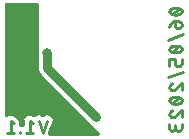
<source format=gbr>
G04 EAGLE Gerber RS-274X export*
G75*
%MOMM*%
%FSLAX34Y34*%
%LPD*%
%INBottom Copper*%
%IPPOS*%
%AMOC8*
5,1,8,0,0,1.08239X$1,22.5*%
G01*
%ADD10C,0.228600*%
%ADD11C,0.800000*%
%ADD12C,0.800000*%

G36*
X83516Y3822D02*
X83516Y3822D01*
X83616Y3824D01*
X83688Y3842D01*
X83762Y3851D01*
X83857Y3884D01*
X83954Y3909D01*
X84020Y3943D01*
X84090Y3968D01*
X84175Y4023D01*
X84264Y4069D01*
X84321Y4117D01*
X84383Y4157D01*
X84453Y4229D01*
X84529Y4294D01*
X84574Y4354D01*
X84625Y4408D01*
X84677Y4494D01*
X84737Y4575D01*
X84766Y4643D01*
X84804Y4707D01*
X84835Y4803D01*
X84875Y4895D01*
X84888Y4968D01*
X84910Y5039D01*
X84918Y5139D01*
X84936Y5238D01*
X84932Y5312D01*
X84938Y5386D01*
X84923Y5486D01*
X84918Y5586D01*
X84898Y5657D01*
X84887Y5731D01*
X84850Y5824D01*
X84822Y5921D01*
X84785Y5986D01*
X84758Y6055D01*
X84701Y6137D01*
X84652Y6225D01*
X84587Y6301D01*
X84559Y6341D01*
X84533Y6365D01*
X84493Y6411D01*
X37307Y53597D01*
X35705Y55472D01*
X35635Y55587D01*
X35600Y55632D01*
X35572Y55682D01*
X35431Y55847D01*
X35420Y55861D01*
X35417Y55864D01*
X35414Y55868D01*
X34024Y57257D01*
X32951Y59848D01*
X32951Y62220D01*
X32946Y62262D01*
X32947Y62340D01*
X32773Y64542D01*
X32773Y114666D01*
X32770Y114692D01*
X32772Y114718D01*
X32750Y114865D01*
X32733Y115012D01*
X32725Y115037D01*
X32721Y115063D01*
X32666Y115201D01*
X32616Y115340D01*
X32602Y115362D01*
X32592Y115387D01*
X32507Y115508D01*
X32427Y115633D01*
X32408Y115651D01*
X32393Y115673D01*
X32283Y115772D01*
X32176Y115875D01*
X32154Y115889D01*
X32134Y115906D01*
X32004Y115978D01*
X31877Y116054D01*
X31852Y116062D01*
X31829Y116075D01*
X31686Y116115D01*
X31545Y116160D01*
X31519Y116162D01*
X31494Y116170D01*
X31250Y116189D01*
X5334Y116189D01*
X5308Y116186D01*
X5282Y116188D01*
X5135Y116166D01*
X4988Y116149D01*
X4963Y116141D01*
X4937Y116137D01*
X4799Y116082D01*
X4660Y116032D01*
X4638Y116018D01*
X4613Y116008D01*
X4492Y115923D01*
X4367Y115843D01*
X4349Y115824D01*
X4327Y115809D01*
X4228Y115699D01*
X4125Y115592D01*
X4111Y115570D01*
X4094Y115550D01*
X4022Y115420D01*
X3946Y115293D01*
X3938Y115268D01*
X3925Y115245D01*
X3885Y115102D01*
X3840Y114961D01*
X3838Y114935D01*
X3830Y114910D01*
X3811Y114666D01*
X3811Y21078D01*
X3812Y21068D01*
X3811Y21058D01*
X3832Y20895D01*
X3851Y20732D01*
X3854Y20722D01*
X3855Y20712D01*
X3913Y20559D01*
X3968Y20404D01*
X3974Y20395D01*
X3977Y20386D01*
X4068Y20249D01*
X4157Y20111D01*
X4164Y20104D01*
X4170Y20096D01*
X4289Y19984D01*
X4408Y19869D01*
X4416Y19864D01*
X4424Y19857D01*
X4565Y19774D01*
X4707Y19690D01*
X4716Y19687D01*
X4725Y19682D01*
X4882Y19634D01*
X5039Y19584D01*
X5049Y19583D01*
X5059Y19580D01*
X5222Y19569D01*
X5386Y19556D01*
X5396Y19557D01*
X5406Y19557D01*
X5568Y19583D01*
X5731Y19607D01*
X5740Y19611D01*
X5750Y19613D01*
X5902Y19675D01*
X6055Y19736D01*
X6063Y19742D01*
X6072Y19746D01*
X6206Y19842D01*
X6341Y19935D01*
X6348Y19943D01*
X6356Y19948D01*
X6523Y20127D01*
X6878Y20570D01*
X6920Y20580D01*
X6958Y20598D01*
X6999Y20610D01*
X7115Y20675D01*
X7233Y20733D01*
X7253Y20749D01*
X8719Y20749D01*
X8769Y20754D01*
X8888Y20758D01*
X10348Y20920D01*
X10384Y20897D01*
X10424Y20884D01*
X10461Y20863D01*
X10589Y20827D01*
X10714Y20784D01*
X10739Y20782D01*
X11776Y19745D01*
X11816Y19713D01*
X11902Y19632D01*
X15903Y16431D01*
X16312Y12746D01*
X16308Y12732D01*
X16295Y12574D01*
X16279Y12417D01*
X16281Y12401D01*
X16280Y12384D01*
X16303Y12228D01*
X16324Y12071D01*
X16329Y12056D01*
X16332Y12040D01*
X16390Y11893D01*
X16445Y11745D01*
X16454Y11731D01*
X16460Y11716D01*
X16550Y11586D01*
X16638Y11454D01*
X16650Y11443D01*
X16659Y11430D01*
X16776Y11324D01*
X16892Y11215D01*
X16906Y11207D01*
X16918Y11196D01*
X17057Y11120D01*
X17193Y11040D01*
X17209Y11036D01*
X17223Y11028D01*
X17376Y10985D01*
X17526Y10938D01*
X17543Y10937D01*
X17559Y10933D01*
X17802Y10913D01*
X19323Y10913D01*
X19349Y10916D01*
X19375Y10914D01*
X19522Y10936D01*
X19669Y10953D01*
X19694Y10962D01*
X19720Y10966D01*
X19857Y11021D01*
X19997Y11071D01*
X20019Y11085D01*
X20043Y11095D01*
X20165Y11179D01*
X20290Y11260D01*
X20308Y11279D01*
X20330Y11294D01*
X20429Y11403D01*
X20532Y11510D01*
X20546Y11533D01*
X20563Y11552D01*
X20635Y11682D01*
X20711Y11809D01*
X20719Y11834D01*
X20732Y11857D01*
X20772Y12000D01*
X20817Y12141D01*
X20819Y12167D01*
X20826Y12193D01*
X20846Y12437D01*
X20846Y16241D01*
X20840Y16290D01*
X20837Y16409D01*
X20674Y17869D01*
X20697Y17905D01*
X20711Y17945D01*
X20732Y17983D01*
X20768Y18110D01*
X20811Y18235D01*
X20813Y18260D01*
X21850Y19297D01*
X21881Y19337D01*
X21962Y19423D01*
X22880Y20570D01*
X22922Y20580D01*
X22960Y20598D01*
X23001Y20610D01*
X23116Y20675D01*
X23235Y20733D01*
X23255Y20749D01*
X24721Y20749D01*
X24771Y20754D01*
X24889Y20758D01*
X26350Y20920D01*
X26386Y20897D01*
X26426Y20884D01*
X26463Y20863D01*
X26591Y20827D01*
X26716Y20784D01*
X26741Y20782D01*
X27701Y19822D01*
X27777Y19762D01*
X27846Y19694D01*
X27912Y19654D01*
X27974Y19605D01*
X28061Y19564D01*
X28144Y19514D01*
X28218Y19490D01*
X28289Y19456D01*
X28383Y19436D01*
X28475Y19406D01*
X28553Y19400D01*
X28630Y19383D01*
X28726Y19385D01*
X28822Y19376D01*
X28900Y19388D01*
X28978Y19389D01*
X29072Y19413D01*
X29167Y19426D01*
X29240Y19455D01*
X29316Y19474D01*
X29402Y19518D01*
X29492Y19554D01*
X29556Y19598D01*
X29626Y19634D01*
X29699Y19696D01*
X29779Y19751D01*
X29832Y19809D01*
X29891Y19860D01*
X29949Y19937D01*
X29978Y19969D01*
X33318Y21083D01*
X35786Y19848D01*
X35843Y19828D01*
X35896Y19799D01*
X36006Y19768D01*
X36114Y19729D01*
X36173Y19722D01*
X36232Y19706D01*
X36346Y19701D01*
X36460Y19688D01*
X36520Y19694D01*
X36580Y19692D01*
X36692Y19713D01*
X36806Y19726D01*
X36863Y19746D01*
X36922Y19757D01*
X37111Y19833D01*
X37135Y19842D01*
X37140Y19845D01*
X37149Y19848D01*
X39617Y21083D01*
X42912Y19985D01*
X44465Y16879D01*
X41047Y6625D01*
X41043Y6607D01*
X41035Y6590D01*
X41007Y6437D01*
X40975Y6284D01*
X40975Y6265D01*
X40972Y6247D01*
X40979Y6092D01*
X40983Y5935D01*
X40987Y5917D01*
X40988Y5899D01*
X41012Y5801D01*
X40971Y5688D01*
X40968Y5658D01*
X40958Y5629D01*
X40947Y5485D01*
X40929Y5342D01*
X40933Y5312D01*
X40930Y5282D01*
X40952Y5139D01*
X40968Y4995D01*
X40978Y4967D01*
X40982Y4937D01*
X41035Y4803D01*
X41083Y4667D01*
X41100Y4641D01*
X41111Y4613D01*
X41193Y4495D01*
X41271Y4373D01*
X41293Y4352D01*
X41310Y4327D01*
X41417Y4231D01*
X41520Y4129D01*
X41546Y4114D01*
X41568Y4094D01*
X41695Y4024D01*
X41818Y3949D01*
X41847Y3940D01*
X41874Y3925D01*
X42013Y3886D01*
X42150Y3841D01*
X42180Y3839D01*
X42209Y3830D01*
X42453Y3811D01*
X83416Y3811D01*
X83516Y3822D01*
G37*
D10*
X148650Y112042D02*
X148445Y112040D01*
X148240Y112032D01*
X148036Y112020D01*
X147832Y112003D01*
X147628Y111981D01*
X147425Y111954D01*
X147223Y111922D01*
X147021Y111886D01*
X146820Y111845D01*
X146621Y111799D01*
X146422Y111748D01*
X146225Y111692D01*
X146029Y111632D01*
X145835Y111567D01*
X145642Y111498D01*
X145451Y111424D01*
X145262Y111345D01*
X145075Y111262D01*
X144889Y111174D01*
X144890Y111174D02*
X144804Y111143D01*
X144719Y111108D01*
X144636Y111069D01*
X144555Y111026D01*
X144476Y110981D01*
X144398Y110932D01*
X144323Y110879D01*
X144250Y110824D01*
X144180Y110765D01*
X144112Y110704D01*
X144047Y110639D01*
X143985Y110572D01*
X143925Y110503D01*
X143869Y110430D01*
X143816Y110356D01*
X143766Y110279D01*
X143719Y110200D01*
X143676Y110120D01*
X143636Y110037D01*
X143600Y109953D01*
X143567Y109867D01*
X143538Y109781D01*
X143513Y109692D01*
X143492Y109603D01*
X143474Y109514D01*
X143461Y109423D01*
X143451Y109332D01*
X143445Y109241D01*
X143443Y109149D01*
X143445Y109057D01*
X143451Y108966D01*
X143461Y108875D01*
X143474Y108784D01*
X143492Y108695D01*
X143513Y108606D01*
X143538Y108517D01*
X143567Y108431D01*
X143600Y108345D01*
X143636Y108261D01*
X143676Y108178D01*
X143719Y108098D01*
X143766Y108019D01*
X143816Y107942D01*
X143869Y107868D01*
X143925Y107795D01*
X143985Y107726D01*
X144047Y107659D01*
X144112Y107594D01*
X144180Y107533D01*
X144250Y107474D01*
X144323Y107419D01*
X144398Y107366D01*
X144476Y107317D01*
X144555Y107272D01*
X144636Y107229D01*
X144719Y107190D01*
X144804Y107155D01*
X144890Y107124D01*
X144889Y107124D02*
X145075Y107036D01*
X145262Y106953D01*
X145451Y106874D01*
X145642Y106800D01*
X145835Y106731D01*
X146029Y106666D01*
X146225Y106606D01*
X146422Y106550D01*
X146621Y106499D01*
X146820Y106453D01*
X147021Y106412D01*
X147223Y106376D01*
X147425Y106344D01*
X147628Y106317D01*
X147832Y106295D01*
X148036Y106278D01*
X148240Y106266D01*
X148445Y106258D01*
X148650Y106256D01*
X148650Y112042D02*
X148855Y112040D01*
X149060Y112032D01*
X149264Y112020D01*
X149468Y112003D01*
X149672Y111981D01*
X149875Y111954D01*
X150077Y111922D01*
X150279Y111886D01*
X150480Y111845D01*
X150679Y111799D01*
X150878Y111748D01*
X151075Y111692D01*
X151271Y111632D01*
X151465Y111567D01*
X151658Y111498D01*
X151849Y111424D01*
X152038Y111345D01*
X152225Y111262D01*
X152411Y111174D01*
X152410Y111174D02*
X152496Y111143D01*
X152581Y111108D01*
X152664Y111069D01*
X152745Y111026D01*
X152824Y110981D01*
X152902Y110932D01*
X152977Y110879D01*
X153050Y110824D01*
X153120Y110765D01*
X153188Y110704D01*
X153253Y110639D01*
X153315Y110572D01*
X153375Y110503D01*
X153431Y110430D01*
X153484Y110356D01*
X153534Y110279D01*
X153581Y110200D01*
X153624Y110120D01*
X153664Y110037D01*
X153700Y109953D01*
X153733Y109867D01*
X153762Y109781D01*
X153787Y109692D01*
X153808Y109603D01*
X153826Y109514D01*
X153839Y109423D01*
X153849Y109332D01*
X153855Y109241D01*
X153857Y109149D01*
X152411Y107124D02*
X152225Y107036D01*
X152038Y106953D01*
X151849Y106874D01*
X151658Y106800D01*
X151465Y106731D01*
X151271Y106666D01*
X151075Y106606D01*
X150878Y106550D01*
X150679Y106499D01*
X150480Y106453D01*
X150279Y106412D01*
X150077Y106376D01*
X149875Y106344D01*
X149672Y106317D01*
X149468Y106295D01*
X149264Y106278D01*
X149060Y106266D01*
X148855Y106258D01*
X148650Y106256D01*
X152410Y107124D02*
X152496Y107155D01*
X152581Y107190D01*
X152664Y107229D01*
X152745Y107272D01*
X152824Y107317D01*
X152902Y107366D01*
X152977Y107419D01*
X153050Y107474D01*
X153120Y107533D01*
X153188Y107594D01*
X153253Y107659D01*
X153315Y107726D01*
X153375Y107795D01*
X153431Y107868D01*
X153484Y107942D01*
X153534Y108019D01*
X153581Y108098D01*
X153624Y108178D01*
X153664Y108261D01*
X153700Y108345D01*
X153733Y108431D01*
X153762Y108517D01*
X153787Y108606D01*
X153808Y108695D01*
X153826Y108784D01*
X153839Y108875D01*
X153849Y108966D01*
X153855Y109057D01*
X153857Y109149D01*
X151543Y111463D02*
X145757Y106835D01*
X148071Y100612D02*
X148071Y97140D01*
X148072Y97140D02*
X148074Y97047D01*
X148080Y96954D01*
X148089Y96861D01*
X148102Y96769D01*
X148119Y96677D01*
X148139Y96586D01*
X148163Y96496D01*
X148191Y96407D01*
X148222Y96319D01*
X148257Y96233D01*
X148295Y96148D01*
X148337Y96065D01*
X148382Y95983D01*
X148430Y95903D01*
X148482Y95825D01*
X148536Y95750D01*
X148594Y95677D01*
X148654Y95606D01*
X148717Y95537D01*
X148783Y95471D01*
X148852Y95408D01*
X148923Y95348D01*
X148996Y95290D01*
X149071Y95236D01*
X149149Y95184D01*
X149229Y95136D01*
X149311Y95091D01*
X149394Y95049D01*
X149479Y95011D01*
X149565Y94976D01*
X149653Y94945D01*
X149742Y94917D01*
X149832Y94893D01*
X149923Y94873D01*
X150015Y94856D01*
X150107Y94843D01*
X150200Y94834D01*
X150293Y94828D01*
X150386Y94826D01*
X150964Y94826D01*
X151071Y94828D01*
X151178Y94834D01*
X151284Y94844D01*
X151390Y94858D01*
X151496Y94875D01*
X151600Y94897D01*
X151704Y94922D01*
X151807Y94952D01*
X151909Y94985D01*
X152009Y95021D01*
X152108Y95062D01*
X152205Y95106D01*
X152301Y95154D01*
X152395Y95205D01*
X152487Y95259D01*
X152577Y95317D01*
X152664Y95379D01*
X152750Y95443D01*
X152833Y95510D01*
X152913Y95581D01*
X152991Y95655D01*
X153066Y95731D01*
X153138Y95810D01*
X153207Y95891D01*
X153273Y95976D01*
X153336Y96062D01*
X153395Y96151D01*
X153451Y96242D01*
X153504Y96335D01*
X153554Y96429D01*
X153600Y96526D01*
X153642Y96624D01*
X153680Y96724D01*
X153715Y96825D01*
X153747Y96927D01*
X153774Y97031D01*
X153797Y97135D01*
X153817Y97240D01*
X153833Y97346D01*
X153845Y97452D01*
X153853Y97559D01*
X153857Y97666D01*
X153857Y97772D01*
X153853Y97879D01*
X153845Y97986D01*
X153833Y98092D01*
X153817Y98198D01*
X153797Y98303D01*
X153774Y98407D01*
X153747Y98511D01*
X153715Y98613D01*
X153680Y98714D01*
X153642Y98814D01*
X153600Y98912D01*
X153554Y99009D01*
X153504Y99103D01*
X153451Y99196D01*
X153395Y99287D01*
X153336Y99376D01*
X153273Y99462D01*
X153207Y99547D01*
X153138Y99628D01*
X153066Y99707D01*
X152991Y99783D01*
X152913Y99857D01*
X152833Y99928D01*
X152750Y99995D01*
X152664Y100059D01*
X152577Y100121D01*
X152487Y100179D01*
X152395Y100233D01*
X152301Y100284D01*
X152205Y100332D01*
X152108Y100376D01*
X152009Y100417D01*
X151909Y100453D01*
X151807Y100486D01*
X151704Y100516D01*
X151600Y100541D01*
X151496Y100563D01*
X151390Y100580D01*
X151284Y100594D01*
X151178Y100604D01*
X151071Y100610D01*
X150964Y100612D01*
X148071Y100612D01*
X147936Y100610D01*
X147802Y100604D01*
X147668Y100594D01*
X147534Y100581D01*
X147400Y100563D01*
X147267Y100542D01*
X147135Y100516D01*
X147003Y100487D01*
X146873Y100454D01*
X146743Y100418D01*
X146615Y100377D01*
X146488Y100333D01*
X146362Y100285D01*
X146238Y100233D01*
X146115Y100178D01*
X145994Y100120D01*
X145874Y100057D01*
X145757Y99992D01*
X145641Y99923D01*
X145527Y99850D01*
X145416Y99775D01*
X145307Y99696D01*
X145200Y99614D01*
X145096Y99529D01*
X144994Y99441D01*
X144894Y99350D01*
X144798Y99256D01*
X144704Y99160D01*
X144613Y99060D01*
X144525Y98958D01*
X144440Y98854D01*
X144358Y98747D01*
X144279Y98638D01*
X144204Y98527D01*
X144131Y98413D01*
X144062Y98298D01*
X143997Y98180D01*
X143934Y98061D01*
X143876Y97939D01*
X143821Y97816D01*
X143769Y97692D01*
X143721Y97566D01*
X143677Y97439D01*
X143636Y97311D01*
X143600Y97181D01*
X143567Y97051D01*
X143538Y96919D01*
X143512Y96787D01*
X143491Y96654D01*
X143473Y96520D01*
X143460Y96387D01*
X143450Y96252D01*
X143444Y96118D01*
X143442Y95983D01*
X142286Y85118D02*
X155014Y89746D01*
X148650Y80038D02*
X148445Y80036D01*
X148240Y80028D01*
X148036Y80016D01*
X147832Y79999D01*
X147628Y79977D01*
X147425Y79950D01*
X147223Y79918D01*
X147021Y79882D01*
X146820Y79841D01*
X146621Y79795D01*
X146422Y79744D01*
X146225Y79688D01*
X146029Y79628D01*
X145835Y79563D01*
X145642Y79494D01*
X145451Y79420D01*
X145262Y79341D01*
X145075Y79258D01*
X144889Y79170D01*
X144890Y79170D02*
X144804Y79139D01*
X144719Y79104D01*
X144636Y79065D01*
X144555Y79022D01*
X144476Y78977D01*
X144398Y78928D01*
X144323Y78875D01*
X144250Y78820D01*
X144180Y78761D01*
X144112Y78700D01*
X144047Y78635D01*
X143985Y78568D01*
X143925Y78499D01*
X143869Y78426D01*
X143816Y78352D01*
X143766Y78275D01*
X143719Y78196D01*
X143676Y78116D01*
X143636Y78033D01*
X143600Y77949D01*
X143567Y77863D01*
X143538Y77777D01*
X143513Y77688D01*
X143492Y77599D01*
X143474Y77510D01*
X143461Y77419D01*
X143451Y77328D01*
X143445Y77237D01*
X143443Y77145D01*
X143445Y77053D01*
X143451Y76962D01*
X143461Y76871D01*
X143474Y76780D01*
X143492Y76691D01*
X143513Y76602D01*
X143538Y76513D01*
X143567Y76427D01*
X143600Y76341D01*
X143636Y76257D01*
X143676Y76174D01*
X143719Y76094D01*
X143766Y76015D01*
X143816Y75938D01*
X143869Y75864D01*
X143925Y75791D01*
X143985Y75722D01*
X144047Y75655D01*
X144112Y75590D01*
X144180Y75529D01*
X144250Y75470D01*
X144323Y75415D01*
X144398Y75362D01*
X144476Y75313D01*
X144555Y75268D01*
X144636Y75225D01*
X144719Y75186D01*
X144804Y75151D01*
X144890Y75120D01*
X144889Y75120D02*
X145075Y75032D01*
X145262Y74949D01*
X145451Y74870D01*
X145642Y74796D01*
X145835Y74727D01*
X146029Y74662D01*
X146225Y74602D01*
X146422Y74546D01*
X146621Y74495D01*
X146820Y74449D01*
X147021Y74408D01*
X147223Y74372D01*
X147425Y74340D01*
X147628Y74313D01*
X147832Y74291D01*
X148036Y74274D01*
X148240Y74262D01*
X148445Y74254D01*
X148650Y74252D01*
X148650Y80038D02*
X148855Y80036D01*
X149060Y80028D01*
X149264Y80016D01*
X149468Y79999D01*
X149672Y79977D01*
X149875Y79950D01*
X150077Y79918D01*
X150279Y79882D01*
X150480Y79841D01*
X150679Y79795D01*
X150878Y79744D01*
X151075Y79688D01*
X151271Y79628D01*
X151465Y79563D01*
X151658Y79494D01*
X151849Y79420D01*
X152038Y79341D01*
X152225Y79258D01*
X152411Y79170D01*
X152410Y79170D02*
X152496Y79139D01*
X152581Y79104D01*
X152664Y79065D01*
X152745Y79022D01*
X152824Y78977D01*
X152902Y78928D01*
X152977Y78875D01*
X153050Y78820D01*
X153120Y78761D01*
X153188Y78700D01*
X153253Y78635D01*
X153315Y78568D01*
X153375Y78499D01*
X153431Y78426D01*
X153484Y78352D01*
X153534Y78275D01*
X153581Y78196D01*
X153624Y78116D01*
X153664Y78033D01*
X153700Y77949D01*
X153733Y77863D01*
X153762Y77777D01*
X153787Y77688D01*
X153808Y77599D01*
X153826Y77510D01*
X153839Y77419D01*
X153849Y77328D01*
X153855Y77237D01*
X153857Y77145D01*
X152411Y75120D02*
X152225Y75032D01*
X152038Y74949D01*
X151849Y74870D01*
X151658Y74796D01*
X151465Y74727D01*
X151271Y74662D01*
X151075Y74602D01*
X150878Y74546D01*
X150679Y74495D01*
X150480Y74449D01*
X150279Y74408D01*
X150077Y74372D01*
X149875Y74340D01*
X149672Y74313D01*
X149468Y74291D01*
X149264Y74274D01*
X149060Y74262D01*
X148855Y74254D01*
X148650Y74252D01*
X152410Y75120D02*
X152496Y75151D01*
X152581Y75186D01*
X152664Y75225D01*
X152745Y75268D01*
X152824Y75313D01*
X152902Y75362D01*
X152977Y75415D01*
X153050Y75470D01*
X153120Y75529D01*
X153188Y75590D01*
X153253Y75655D01*
X153315Y75722D01*
X153375Y75791D01*
X153431Y75864D01*
X153484Y75938D01*
X153534Y76015D01*
X153581Y76094D01*
X153624Y76174D01*
X153664Y76257D01*
X153700Y76341D01*
X153733Y76427D01*
X153762Y76513D01*
X153787Y76602D01*
X153808Y76691D01*
X153826Y76780D01*
X153839Y76871D01*
X153849Y76962D01*
X153855Y77053D01*
X153857Y77145D01*
X151543Y79459D02*
X145757Y74831D01*
X153857Y68608D02*
X153857Y65136D01*
X153855Y65040D01*
X153849Y64945D01*
X153839Y64850D01*
X153825Y64755D01*
X153808Y64661D01*
X153786Y64568D01*
X153761Y64476D01*
X153732Y64385D01*
X153699Y64295D01*
X153662Y64206D01*
X153622Y64120D01*
X153578Y64035D01*
X153531Y63952D01*
X153480Y63870D01*
X153426Y63791D01*
X153369Y63715D01*
X153309Y63640D01*
X153245Y63569D01*
X153179Y63500D01*
X153110Y63434D01*
X153039Y63370D01*
X152964Y63310D01*
X152888Y63253D01*
X152809Y63199D01*
X152728Y63148D01*
X152644Y63101D01*
X152559Y63057D01*
X152473Y63017D01*
X152384Y62980D01*
X152294Y62947D01*
X152203Y62918D01*
X152111Y62893D01*
X152018Y62871D01*
X151924Y62854D01*
X151829Y62840D01*
X151734Y62830D01*
X151639Y62824D01*
X151543Y62822D01*
X150386Y62822D01*
X150293Y62824D01*
X150200Y62830D01*
X150107Y62839D01*
X150015Y62852D01*
X149923Y62869D01*
X149832Y62889D01*
X149742Y62913D01*
X149653Y62941D01*
X149565Y62972D01*
X149479Y63007D01*
X149394Y63045D01*
X149311Y63087D01*
X149229Y63132D01*
X149149Y63180D01*
X149071Y63232D01*
X148996Y63286D01*
X148923Y63344D01*
X148852Y63404D01*
X148783Y63467D01*
X148717Y63533D01*
X148654Y63602D01*
X148594Y63673D01*
X148536Y63746D01*
X148482Y63821D01*
X148430Y63899D01*
X148382Y63979D01*
X148337Y64061D01*
X148295Y64144D01*
X148257Y64229D01*
X148222Y64315D01*
X148191Y64403D01*
X148163Y64492D01*
X148139Y64582D01*
X148119Y64673D01*
X148102Y64765D01*
X148089Y64857D01*
X148080Y64950D01*
X148074Y65043D01*
X148072Y65136D01*
X148071Y65136D02*
X148071Y68608D01*
X143443Y68608D01*
X143443Y62822D01*
X142286Y53114D02*
X155014Y57742D01*
X143443Y44852D02*
X143445Y44752D01*
X143451Y44653D01*
X143460Y44553D01*
X143474Y44455D01*
X143491Y44356D01*
X143511Y44259D01*
X143536Y44162D01*
X143564Y44066D01*
X143596Y43972D01*
X143632Y43879D01*
X143671Y43787D01*
X143713Y43697D01*
X143759Y43608D01*
X143809Y43521D01*
X143861Y43437D01*
X143917Y43354D01*
X143976Y43273D01*
X144038Y43195D01*
X144103Y43119D01*
X144171Y43046D01*
X144241Y42976D01*
X144314Y42908D01*
X144390Y42843D01*
X144468Y42781D01*
X144549Y42722D01*
X144632Y42666D01*
X144716Y42614D01*
X144803Y42564D01*
X144892Y42518D01*
X144982Y42476D01*
X145074Y42437D01*
X145167Y42401D01*
X145261Y42369D01*
X145357Y42341D01*
X145454Y42316D01*
X145551Y42296D01*
X145650Y42279D01*
X145748Y42265D01*
X145848Y42256D01*
X145947Y42250D01*
X146047Y42248D01*
X143443Y44852D02*
X143445Y44966D01*
X143451Y45079D01*
X143460Y45192D01*
X143474Y45305D01*
X143491Y45418D01*
X143512Y45529D01*
X143537Y45640D01*
X143566Y45750D01*
X143598Y45859D01*
X143634Y45967D01*
X143674Y46074D01*
X143717Y46179D01*
X143764Y46282D01*
X143815Y46384D01*
X143868Y46484D01*
X143926Y46583D01*
X143986Y46679D01*
X144050Y46773D01*
X144117Y46865D01*
X144187Y46955D01*
X144260Y47042D01*
X144335Y47127D01*
X144414Y47209D01*
X144496Y47288D01*
X144580Y47364D01*
X144666Y47438D01*
X144755Y47509D01*
X144847Y47576D01*
X144941Y47641D01*
X145036Y47702D01*
X145134Y47760D01*
X145234Y47814D01*
X145336Y47865D01*
X145439Y47913D01*
X145544Y47957D01*
X145650Y47997D01*
X145757Y48034D01*
X148072Y43117D02*
X147999Y43043D01*
X147924Y42973D01*
X147847Y42905D01*
X147767Y42841D01*
X147685Y42779D01*
X147600Y42720D01*
X147513Y42664D01*
X147425Y42612D01*
X147334Y42563D01*
X147242Y42517D01*
X147148Y42475D01*
X147053Y42436D01*
X146956Y42401D01*
X146858Y42369D01*
X146759Y42341D01*
X146659Y42317D01*
X146559Y42296D01*
X146457Y42279D01*
X146355Y42266D01*
X146253Y42257D01*
X146150Y42251D01*
X146047Y42249D01*
X148071Y43116D02*
X153857Y48034D01*
X153857Y42248D01*
X148650Y36604D02*
X148445Y36602D01*
X148240Y36594D01*
X148036Y36582D01*
X147832Y36565D01*
X147628Y36543D01*
X147425Y36516D01*
X147223Y36484D01*
X147021Y36448D01*
X146820Y36407D01*
X146621Y36361D01*
X146422Y36310D01*
X146225Y36254D01*
X146029Y36194D01*
X145835Y36129D01*
X145642Y36060D01*
X145451Y35986D01*
X145262Y35907D01*
X145075Y35824D01*
X144889Y35736D01*
X144890Y35736D02*
X144804Y35705D01*
X144719Y35670D01*
X144636Y35631D01*
X144555Y35588D01*
X144476Y35543D01*
X144398Y35494D01*
X144323Y35441D01*
X144250Y35386D01*
X144180Y35327D01*
X144112Y35266D01*
X144047Y35201D01*
X143985Y35134D01*
X143925Y35065D01*
X143869Y34992D01*
X143816Y34918D01*
X143766Y34841D01*
X143719Y34762D01*
X143676Y34682D01*
X143636Y34599D01*
X143600Y34515D01*
X143567Y34429D01*
X143538Y34343D01*
X143513Y34254D01*
X143492Y34165D01*
X143474Y34076D01*
X143461Y33985D01*
X143451Y33894D01*
X143445Y33803D01*
X143443Y33711D01*
X143445Y33619D01*
X143451Y33528D01*
X143461Y33437D01*
X143474Y33346D01*
X143492Y33257D01*
X143513Y33168D01*
X143538Y33079D01*
X143567Y32993D01*
X143600Y32907D01*
X143636Y32823D01*
X143676Y32740D01*
X143719Y32660D01*
X143766Y32581D01*
X143816Y32504D01*
X143869Y32430D01*
X143925Y32357D01*
X143985Y32288D01*
X144047Y32221D01*
X144112Y32156D01*
X144180Y32095D01*
X144250Y32036D01*
X144323Y31981D01*
X144398Y31928D01*
X144476Y31879D01*
X144555Y31834D01*
X144636Y31791D01*
X144719Y31752D01*
X144804Y31717D01*
X144890Y31686D01*
X144889Y31686D02*
X145075Y31598D01*
X145262Y31515D01*
X145451Y31436D01*
X145642Y31362D01*
X145835Y31293D01*
X146029Y31228D01*
X146225Y31168D01*
X146422Y31112D01*
X146621Y31061D01*
X146820Y31015D01*
X147021Y30974D01*
X147223Y30938D01*
X147425Y30906D01*
X147628Y30879D01*
X147832Y30857D01*
X148036Y30840D01*
X148240Y30828D01*
X148445Y30820D01*
X148650Y30818D01*
X148650Y36604D02*
X148855Y36602D01*
X149060Y36594D01*
X149264Y36582D01*
X149468Y36565D01*
X149672Y36543D01*
X149875Y36516D01*
X150077Y36484D01*
X150279Y36448D01*
X150480Y36407D01*
X150679Y36361D01*
X150878Y36310D01*
X151075Y36254D01*
X151271Y36194D01*
X151465Y36129D01*
X151658Y36060D01*
X151849Y35986D01*
X152038Y35907D01*
X152225Y35824D01*
X152411Y35736D01*
X152410Y35736D02*
X152496Y35705D01*
X152581Y35670D01*
X152664Y35631D01*
X152745Y35588D01*
X152824Y35543D01*
X152902Y35494D01*
X152977Y35441D01*
X153050Y35386D01*
X153120Y35327D01*
X153188Y35266D01*
X153253Y35201D01*
X153315Y35134D01*
X153375Y35065D01*
X153431Y34992D01*
X153484Y34918D01*
X153534Y34841D01*
X153581Y34762D01*
X153624Y34682D01*
X153664Y34599D01*
X153700Y34515D01*
X153733Y34429D01*
X153762Y34343D01*
X153787Y34254D01*
X153808Y34165D01*
X153826Y34076D01*
X153839Y33985D01*
X153849Y33894D01*
X153855Y33803D01*
X153857Y33711D01*
X152411Y31686D02*
X152225Y31598D01*
X152038Y31515D01*
X151849Y31436D01*
X151658Y31362D01*
X151465Y31293D01*
X151271Y31228D01*
X151075Y31168D01*
X150878Y31112D01*
X150679Y31061D01*
X150480Y31015D01*
X150279Y30974D01*
X150077Y30938D01*
X149875Y30906D01*
X149672Y30879D01*
X149468Y30857D01*
X149264Y30840D01*
X149060Y30828D01*
X148855Y30820D01*
X148650Y30818D01*
X152410Y31686D02*
X152496Y31717D01*
X152581Y31752D01*
X152664Y31791D01*
X152745Y31834D01*
X152824Y31879D01*
X152902Y31928D01*
X152977Y31981D01*
X153050Y32036D01*
X153120Y32095D01*
X153188Y32156D01*
X153253Y32221D01*
X153315Y32288D01*
X153375Y32357D01*
X153431Y32430D01*
X153484Y32504D01*
X153534Y32581D01*
X153581Y32660D01*
X153624Y32740D01*
X153664Y32823D01*
X153700Y32907D01*
X153733Y32993D01*
X153762Y33079D01*
X153787Y33168D01*
X153808Y33257D01*
X153826Y33346D01*
X153839Y33437D01*
X153849Y33528D01*
X153855Y33619D01*
X153857Y33711D01*
X151543Y36025D02*
X145757Y31397D01*
X143443Y21992D02*
X143445Y21892D01*
X143451Y21793D01*
X143460Y21693D01*
X143474Y21595D01*
X143491Y21496D01*
X143511Y21399D01*
X143536Y21302D01*
X143564Y21206D01*
X143596Y21112D01*
X143632Y21019D01*
X143671Y20927D01*
X143713Y20837D01*
X143759Y20748D01*
X143809Y20661D01*
X143861Y20577D01*
X143917Y20494D01*
X143976Y20413D01*
X144038Y20335D01*
X144103Y20259D01*
X144171Y20186D01*
X144241Y20116D01*
X144314Y20048D01*
X144390Y19983D01*
X144468Y19921D01*
X144549Y19862D01*
X144632Y19806D01*
X144716Y19754D01*
X144803Y19704D01*
X144892Y19658D01*
X144982Y19616D01*
X145074Y19577D01*
X145167Y19541D01*
X145261Y19509D01*
X145357Y19481D01*
X145454Y19456D01*
X145551Y19436D01*
X145650Y19419D01*
X145748Y19405D01*
X145848Y19396D01*
X145947Y19390D01*
X146047Y19388D01*
X143443Y21992D02*
X143445Y22106D01*
X143451Y22219D01*
X143460Y22332D01*
X143474Y22445D01*
X143491Y22558D01*
X143512Y22669D01*
X143537Y22780D01*
X143566Y22890D01*
X143598Y22999D01*
X143634Y23107D01*
X143674Y23214D01*
X143717Y23319D01*
X143764Y23422D01*
X143815Y23524D01*
X143868Y23624D01*
X143926Y23723D01*
X143986Y23819D01*
X144050Y23913D01*
X144117Y24005D01*
X144187Y24095D01*
X144260Y24182D01*
X144335Y24267D01*
X144414Y24349D01*
X144496Y24428D01*
X144580Y24504D01*
X144666Y24578D01*
X144755Y24649D01*
X144847Y24716D01*
X144941Y24781D01*
X145036Y24842D01*
X145134Y24900D01*
X145234Y24954D01*
X145336Y25005D01*
X145439Y25053D01*
X145544Y25097D01*
X145650Y25137D01*
X145757Y25174D01*
X148072Y20257D02*
X147999Y20183D01*
X147924Y20113D01*
X147847Y20045D01*
X147767Y19981D01*
X147685Y19919D01*
X147600Y19860D01*
X147513Y19804D01*
X147425Y19752D01*
X147334Y19703D01*
X147242Y19657D01*
X147148Y19615D01*
X147053Y19576D01*
X146956Y19541D01*
X146858Y19509D01*
X146759Y19481D01*
X146659Y19457D01*
X146559Y19436D01*
X146457Y19419D01*
X146355Y19406D01*
X146253Y19397D01*
X146150Y19391D01*
X146047Y19389D01*
X148071Y20256D02*
X153857Y25174D01*
X153857Y19388D01*
X153857Y13744D02*
X153857Y10851D01*
X153855Y10744D01*
X153849Y10637D01*
X153839Y10531D01*
X153825Y10425D01*
X153808Y10319D01*
X153786Y10215D01*
X153761Y10111D01*
X153731Y10008D01*
X153698Y9906D01*
X153662Y9806D01*
X153621Y9707D01*
X153577Y9610D01*
X153529Y9514D01*
X153478Y9420D01*
X153424Y9328D01*
X153366Y9238D01*
X153304Y9151D01*
X153240Y9065D01*
X153173Y8982D01*
X153102Y8902D01*
X153028Y8824D01*
X152952Y8749D01*
X152873Y8677D01*
X152792Y8608D01*
X152707Y8542D01*
X152621Y8479D01*
X152532Y8420D01*
X152441Y8364D01*
X152348Y8311D01*
X152254Y8261D01*
X152157Y8215D01*
X152059Y8173D01*
X151959Y8135D01*
X151858Y8100D01*
X151756Y8068D01*
X151652Y8041D01*
X151548Y8018D01*
X151443Y7998D01*
X151337Y7982D01*
X151231Y7970D01*
X151124Y7962D01*
X151017Y7958D01*
X150911Y7958D01*
X150804Y7962D01*
X150697Y7970D01*
X150591Y7982D01*
X150485Y7998D01*
X150380Y8018D01*
X150276Y8041D01*
X150172Y8068D01*
X150070Y8100D01*
X149969Y8135D01*
X149869Y8173D01*
X149771Y8215D01*
X149674Y8261D01*
X149580Y8311D01*
X149487Y8364D01*
X149396Y8420D01*
X149307Y8479D01*
X149221Y8542D01*
X149136Y8608D01*
X149055Y8677D01*
X148976Y8749D01*
X148900Y8824D01*
X148826Y8902D01*
X148755Y8982D01*
X148688Y9065D01*
X148624Y9151D01*
X148562Y9238D01*
X148504Y9328D01*
X148450Y9420D01*
X148399Y9514D01*
X148351Y9610D01*
X148307Y9707D01*
X148266Y9806D01*
X148230Y9906D01*
X148197Y10008D01*
X148167Y10111D01*
X148142Y10215D01*
X148120Y10319D01*
X148103Y10425D01*
X148089Y10531D01*
X148079Y10637D01*
X148073Y10744D01*
X148071Y10851D01*
X143443Y10273D02*
X143443Y13744D01*
X143443Y10273D02*
X143445Y10179D01*
X143451Y10084D01*
X143460Y9990D01*
X143474Y9897D01*
X143491Y9804D01*
X143512Y9712D01*
X143537Y9621D01*
X143565Y9531D01*
X143597Y9442D01*
X143633Y9355D01*
X143672Y9269D01*
X143715Y9185D01*
X143761Y9102D01*
X143810Y9022D01*
X143863Y8944D01*
X143919Y8867D01*
X143978Y8794D01*
X144039Y8722D01*
X144104Y8654D01*
X144172Y8587D01*
X144242Y8524D01*
X144314Y8464D01*
X144389Y8406D01*
X144467Y8352D01*
X144546Y8301D01*
X144627Y8253D01*
X144711Y8209D01*
X144796Y8168D01*
X144882Y8131D01*
X144970Y8097D01*
X145060Y8066D01*
X145150Y8040D01*
X145242Y8017D01*
X145335Y7998D01*
X145428Y7983D01*
X145521Y7971D01*
X145615Y7963D01*
X145710Y7959D01*
X145804Y7959D01*
X145899Y7963D01*
X145993Y7971D01*
X146086Y7983D01*
X146179Y7998D01*
X146272Y8017D01*
X146364Y8040D01*
X146454Y8066D01*
X146544Y8097D01*
X146632Y8131D01*
X146718Y8168D01*
X146803Y8209D01*
X146887Y8253D01*
X146968Y8301D01*
X147047Y8352D01*
X147125Y8406D01*
X147200Y8464D01*
X147272Y8524D01*
X147342Y8587D01*
X147410Y8654D01*
X147475Y8722D01*
X147536Y8794D01*
X147595Y8867D01*
X147651Y8944D01*
X147704Y9022D01*
X147753Y9102D01*
X147799Y9185D01*
X147842Y9269D01*
X147881Y9355D01*
X147917Y9442D01*
X147949Y9531D01*
X147977Y9621D01*
X148002Y9712D01*
X148023Y9804D01*
X148040Y9897D01*
X148054Y9990D01*
X148063Y10084D01*
X148069Y10179D01*
X148071Y10273D01*
X148071Y12587D01*
X39939Y16557D02*
X36468Y6143D01*
X32996Y16557D01*
X27930Y14243D02*
X25038Y16557D01*
X25038Y6143D01*
X27930Y6143D02*
X22145Y6143D01*
X17326Y6143D02*
X17326Y6722D01*
X16747Y6722D01*
X16747Y6143D01*
X17326Y6143D01*
X11929Y14243D02*
X9036Y16557D01*
X9036Y6143D01*
X11929Y6143D02*
X6143Y6143D01*
D11*
X40000Y73750D03*
D12*
X40000Y61250D02*
X81250Y20000D01*
X40000Y61250D02*
X40000Y73750D01*
D11*
X81250Y20000D03*
X10000Y40000D03*
X25000Y40000D03*
X73750Y10000D03*
X60000Y10000D03*
X10000Y110000D03*
X25000Y110000D03*
M02*

</source>
